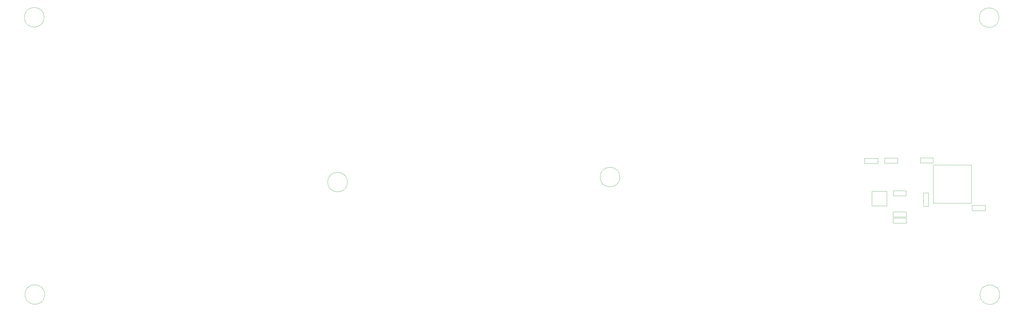
<source format=gbr>
G04 #@! TF.GenerationSoftware,KiCad,Pcbnew,(5.0.2)-1*
G04 #@! TF.CreationDate,2019-03-25T23:00:56+03:00*
G04 #@! TF.ProjectId,Mechanical Keyboard,4d656368-616e-4696-9361-6c204b657962,rev?*
G04 #@! TF.SameCoordinates,Original*
G04 #@! TF.FileFunction,Other,User*
%FSLAX46Y46*%
G04 Gerber Fmt 4.6, Leading zero omitted, Abs format (unit mm)*
G04 Created by KiCad (PCBNEW (5.0.2)-1) date 25.03.2019 23:00:56*
%MOMM*%
%LPD*%
G01*
G04 APERTURE LIST*
%ADD10C,0.050000*%
G04 APERTURE END LIST*
D10*
G04 #@! TO.C,U1*
X373730000Y-134778000D02*
X360330000Y-134778000D01*
X373730000Y-148178000D02*
X360330000Y-148178000D01*
X373730000Y-134778000D02*
X373730000Y-148178000D01*
X360330000Y-134778000D02*
X360330000Y-148178000D01*
G04 #@! TO.C,U2*
X338770000Y-149160000D02*
X343970000Y-149160000D01*
X338770000Y-143960000D02*
X343970000Y-143960000D01*
X338770000Y-149160000D02*
X338770000Y-143960000D01*
X343970000Y-149160000D02*
X343970000Y-143960000D01*
G04 #@! TO.C,C2*
X343260800Y-132317600D02*
X347760800Y-132317600D01*
X343260800Y-132317600D02*
X343260800Y-134067600D01*
X347760800Y-134067600D02*
X347760800Y-132317600D01*
X347760800Y-134067600D02*
X343260800Y-134067600D01*
G04 #@! TO.C,C3*
X360243000Y-133976000D02*
X355743000Y-133976000D01*
X360243000Y-133976000D02*
X360243000Y-132226000D01*
X355743000Y-132226000D02*
X355743000Y-133976000D01*
X355743000Y-132226000D02*
X360243000Y-132226000D01*
G04 #@! TO.C,C5*
X346258000Y-143823800D02*
X350758000Y-143823800D01*
X346258000Y-143823800D02*
X346258000Y-145573800D01*
X350758000Y-145573800D02*
X350758000Y-143823800D01*
X350758000Y-145573800D02*
X346258000Y-145573800D01*
G04 #@! TO.C,R4*
X378651000Y-150807000D02*
X373951000Y-150807000D01*
X378651000Y-150807000D02*
X378651000Y-149007000D01*
X373951000Y-149007000D02*
X373951000Y-150807000D01*
X373951000Y-149007000D02*
X378651000Y-149007000D01*
G04 #@! TO.C,R9*
X356859000Y-149289000D02*
X356859000Y-144589000D01*
X356859000Y-149289000D02*
X358659000Y-149289000D01*
X358659000Y-144589000D02*
X356859000Y-144589000D01*
X358659000Y-144589000D02*
X358659000Y-149289000D01*
G04 #@! TO.C,R10*
X340852000Y-134173800D02*
X336152000Y-134173800D01*
X340852000Y-134173800D02*
X340852000Y-132373800D01*
X336152000Y-132373800D02*
X336152000Y-134173800D01*
X336152000Y-132373800D02*
X340852000Y-132373800D01*
G04 #@! TO.C,R12*
X350885000Y-153046000D02*
X346185000Y-153046000D01*
X350885000Y-153046000D02*
X350885000Y-151246000D01*
X346185000Y-151246000D02*
X346185000Y-153046000D01*
X346185000Y-151246000D02*
X350885000Y-151246000D01*
G04 #@! TO.C,R13*
X350885000Y-155230400D02*
X346185000Y-155230400D01*
X350885000Y-155230400D02*
X350885000Y-153430400D01*
X346185000Y-153430400D02*
X346185000Y-155230400D01*
X346185000Y-153430400D02*
X350885000Y-153430400D01*
G04 #@! TO.C,REF\002A\002A*
X383434000Y-82804000D02*
G75*
G03X383434000Y-82804000I-3450000J0D01*
G01*
X383688000Y-180467000D02*
G75*
G03X383688000Y-180467000I-3450000J0D01*
G01*
X47773000Y-180403500D02*
G75*
G03X47773000Y-180403500I-3450000J0D01*
G01*
X47582500Y-82677000D02*
G75*
G03X47582500Y-82677000I-3450000J0D01*
G01*
X154262500Y-140779500D02*
G75*
G03X154262500Y-140779500I-3450000J0D01*
G01*
X250084000Y-139001500D02*
G75*
G03X250084000Y-139001500I-3450000J0D01*
G01*
G04 #@! TD*
M02*

</source>
